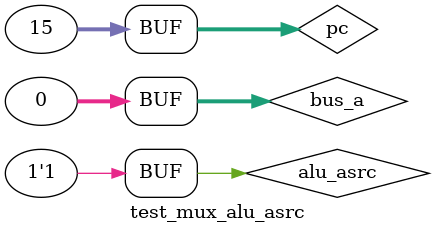
<source format=v>
`timescale 1ns / 1ps


module test_mux_alu_asrc;
	
	reg	alu_asrc;
	reg	[31:0]	bus_a;
	reg	[31:0]	pc;
	
	wire[31:0]	bus_ao;
	
	mux_alu_asrc mux_alu_asrc0(
		.alu_asrc(alu_asrc),
		.bus_a(bus_a),
		.pc(pc),
		.bus_ao(bus_ao)
		);
	
	initial begin
		#0
		bus_a = 32'b0000_0000_0000_0000_0000_0000_0000_0000;
		pc = 32'b0000_0000_0000_0000_0000_0000_0000_0001;
		alu_asrc = 1'b0;
		#50
		// bus_a = 32'b0000_0000_0000_0000_0000_0000_0000_0000;
		// pc = 32'b0000_0000_0000_0000_0000_0000_0000_0001;
		alu_asrc = 1'b1;
		#50
		bus_a = 32'b0000_0000_0000_0000_0000_0000_0000_0000;
		pc = 32'b0000_0000_0000_0000_0000_0000_0000_1111;
		alu_asrc = 1'b0;
		#50
		// bus_a = 32'b0000_0000_0000_0000_0000_0000_0000_0000;
		// pc = 32'b0000_0000_0000_0000_0000_0000_0000_0001;
		alu_asrc = 1'b1;
	end
	
endmodule

</source>
